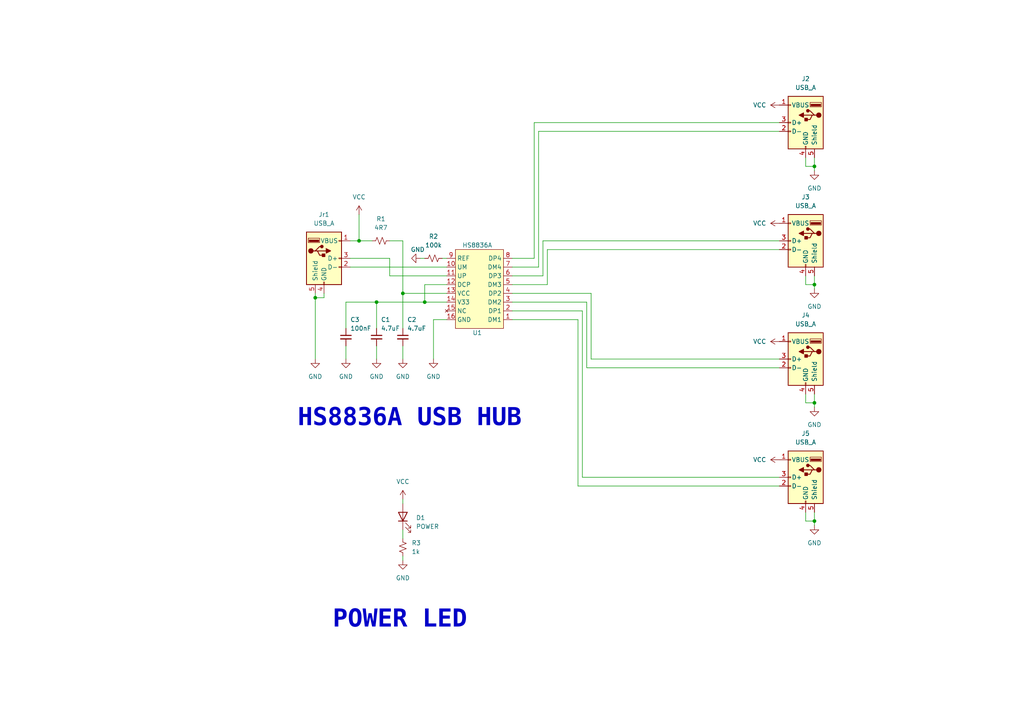
<source format=kicad_sch>
(kicad_sch (version 20230121) (generator eeschema)
  (paper "A4")
  (lib_symbols
    (symbol "Connector:USB_A" (pin_names (offset 1.016))
      (property "Reference" "J" (at -5.08 11.43 0))
      (property "Value" "USB_A" (at -5.08 8.89 0))
      (symbol "USB_A_0_1"
        (rectangle (start -5.08 -7.62) (end 5.08 7.62) (stroke (width 0.254)) (fill (type background)))
        (circle (center -3.81 2.159) (radius 0.635) (stroke (width 0.254)) (fill (type outline)))
        (rectangle (start -1.524 4.826) (end -4.318 5.334) (fill (type outline)))
        (rectangle (start -1.27 4.572) (end -4.572 5.842))
        (circle (center -0.635 3.429) (radius 0.381) (stroke (width 0.254)) (fill (type outline)))
        (rectangle (start -0.127 -7.62) (end 0.127 -6.858))
        (polyline (pts (xy -3.175 2.159) (xy -2.54 2.159) (xy -1.27 3.429) (xy -0.635 3.429)) (stroke (width 0.254)))
        (polyline (pts (xy -2.54 2.159) (xy -1.905 2.159) (xy -1.27 0.889) (xy 0 0.889)) (stroke (width 0.254)))
        (polyline (pts (xy 0.635 2.794) (xy 0.635 1.524) (xy 1.905 2.159) (xy 0.635 2.794)) (stroke (width 0.254)) (fill (type outline)))
        (rectangle (start 0.254 1.27) (end -0.508 0.508) (stroke (width 0.254)) (fill (type outline)))
        (rectangle (start 5.08 -2.667) (end 4.318 -2.413))
        (rectangle (start 5.08 -0.127) (end 4.318 0.127))
        (rectangle (start 5.08 4.953) (end 4.318 5.207))
      )
      (symbol "USB_A_1_1"
        (polyline (pts (xy -1.905 2.159) (xy 0.635 2.159)) (stroke (width 0.254)))
        (pin power_in line (at 7.62 5.08 180) (length 2.54) (name "VBUS") (number "1"))
        (pin bidirectional line (at 7.62 -2.54 180) (length 2.54) (name "D-") (number "2"))
        (pin bidirectional line (at 7.62 0 180) (length 2.54) (name "D+") (number "3"))
        (pin power_in line (at 0 -10.16 90) (length 2.54) (name "GND") (number "4"))
        (pin passive line (at -2.54 -10.16 90) (length 2.54) (name "Shield") (number "5"))
      )
    )
    (symbol "Device:C_Small" (pin_numbers hide) (pin_names (offset 0.254) hide)
      (property "Reference" "C" (at 0.254 1.778 0))
      (property "Value" "C_Small" (at 0.254 -2.032 0))
      (symbol "C_Small_0_1"
        (polyline (pts (xy -1.524 -0.508) (xy 1.524 -0.508)) (stroke (width 0.3302)))
        (polyline (pts (xy -1.524 0.508) (xy 1.524 0.508)) (stroke (width 0.3048)))
      )
      (symbol "C_Small_1_1"
        (pin passive line (at 0 2.54 270) (length 2.032) (name "~") (number "1"))
        (pin passive line (at 0 -2.54 90) (length 2.032) (name "~") (number "2"))
      )
    )
    (symbol "Device:LED" (pin_numbers hide) (pin_names (offset 1.016) hide)
      (property "Reference" "D" (at 0 2.54 0))
      (property "Value" "LED" (at 0 -2.54 0))
      (symbol "LED_0_1"
        (polyline (pts (xy -1.27 -1.27) (xy -1.27 1.27)) (stroke (width 0.254)))
        (polyline (pts (xy -1.27 0) (xy 1.27 0)))
        (polyline (pts (xy 1.27 -1.27) (xy 1.27 1.27) (xy -1.27 0) (xy 1.27 -1.27)) (stroke (width 0.254)))
        (polyline (pts (xy -3.048 -0.762) (xy -4.572 -2.286) (xy -3.81 -2.286) (xy -4.572 -2.286) (xy -4.572 -1.524)))
        (polyline (pts (xy -1.778 -0.762) (xy -3.302 -2.286) (xy -2.54 -2.286) (xy -3.302 -2.286) (xy -3.302 -1.524)))
      )
      (symbol "LED_1_1"
        (pin passive line (at -3.81 0 0) (length 2.54) (name "K") (number "1"))
        (pin passive line (at 3.81 0 180) (length 2.54) (name "A") (number "2"))
      )
    )
    (symbol "Device:R_Small_US" (pin_numbers hide) (pin_names (offset 0.254) hide)
      (property "Reference" "R" (at 0.762 0.508 0))
      (property "Value" "R_Small_US" (at 0.762 -1.016 0))
      (symbol "R_Small_US_1_1"
        (polyline (pts (xy 0 0) (xy 1.016 -0.381) (xy 0 -0.762) (xy -1.016 -1.143) (xy 0 -1.524)))
        (polyline (pts (xy 0 1.524) (xy 1.016 1.143) (xy 0 0.762) (xy -1.016 0.381) (xy 0 0)))
        (pin passive line (at 0 2.54 270) (length 1.016) (name "~") (number "1"))
        (pin passive line (at 0 -2.54 90) (length 1.016) (name "~") (number "2"))
      )
    )
    (symbol "EzerLonginus:HS8836A"
      (property "Reference" "U" (at 0 11.43 0))
      (symbol "HS8836A_1_1"
        (rectangle (start -7.62 10.16) (end 6.35 -12.7) (fill (type background)))
        (pin output line (at -10.16 7.62 0) (length 2.54) (name "DM1") (number "1"))
        (pin input line (at 8.89 -7.62 180) (length 2.54) (name "UM") (number "10"))
        (pin input line (at 8.89 -5.08 180) (length 2.54) (name "UP") (number "11"))
        (pin output line (at 8.89 -2.54 180) (length 2.54) (name "DCP") (number "12"))
        (pin power_in line (at 8.89 0 180) (length 2.54) (name "VCC") (number "13"))
        (pin power_in line (at 8.89 2.54 180) (length 2.54) (name "V33") (number "14"))
        (pin no_connect line (at 8.89 5.08 180) (length 2.54) (name "NC") (number "15"))
        (pin power_in line (at 8.89 7.62 180) (length 2.54) (name "GND") (number "16"))
        (pin output line (at -10.16 5.08 0) (length 2.54) (name "DP1") (number "2"))
        (pin output line (at -10.16 2.54 0) (length 2.54) (name "DM2") (number "3"))
        (pin output line (at -10.16 0 0) (length 2.54) (name "DP2") (number "4"))
        (pin output line (at -10.16 -2.54 0) (length 2.54) (name "DM3") (number "5"))
        (pin output line (at -10.16 -5.08 0) (length 2.54) (name "DP3") (number "6"))
        (pin output line (at -10.16 -7.62 0) (length 2.54) (name "DM4") (number "7"))
        (pin output line (at -10.16 -10.16 0) (length 2.54) (name "DP4") (number "8"))
        (pin output line (at 8.89 -10.16 180) (length 2.54) (name "REF") (number "9"))
      )
    )
    (symbol "power:GND" (power) (pin_names (offset 0))
      (property "Value" "GND" (at 0 -3.81 0))
      (symbol "GND_0_1"
        (polyline (pts (xy 0 0) (xy 0 -1.27) (xy 1.27 -1.27) (xy 0 -2.54) (xy -1.27 -1.27) (xy 0 -1.27)))
      )
      (symbol "GND_1_1"
        (pin power_in line (at 0 0 270) (length 0) hide (name "GND") (number "1"))
      )
    )
    (symbol "power:VCC" (power) (pin_names (offset 0))
      (property "Value" "VCC" (at 0 3.81 0))
      (symbol "VCC_0_1"
        (polyline (pts (xy -0.762 1.27) (xy 0 2.54)))
        (polyline (pts (xy 0 0) (xy 0 2.54)))
        (polyline (pts (xy 0 2.54) (xy 0.762 1.27)))
      )
      (symbol "VCC_1_1"
        (pin power_in line (at 0 0 90) (length 0) hide (name "VCC") (number "1"))
      )
    )
  )
  (junction (at 116.84 85.09))
  (junction (at 109.22 87.63))
  (junction (at 236.22 48.26))
  (junction (at 236.22 151.13))
  (junction (at 123.19 87.63))
  (junction (at 236.22 116.84))
  (junction (at 91.44 86.36))
  (junction (at 236.22 82.55))
  (junction (at 104.14 69.85))
  (wire (pts (xy 129.54 82.55) (xy 123.19 82.55)))
  (wire (pts (xy 100.33 100.33) (xy 100.33 104.14)))
  (wire (pts (xy 156.21 77.47) (xy 156.21 38.1)))
  (wire (pts (xy 113.03 80.01) (xy 129.54 80.01)))
  (wire (pts (xy 123.19 82.55) (xy 123.19 87.63)))
  (wire (pts (xy 236.22 48.26) (xy 236.22 49.53)))
  (wire (pts (xy 226.06 69.85) (xy 157.48 69.85)))
  (wire (pts (xy 170.18 87.63) (xy 170.18 106.68)))
  (wire (pts (xy 113.03 74.93) (xy 113.03 80.01)))
  (wire (pts (xy 233.68 114.3) (xy 233.68 116.84)))
  (wire (pts (xy 100.33 87.63) (xy 100.33 95.25)))
  (wire (pts (xy 236.22 114.3) (xy 236.22 116.84)))
  (wire (pts (xy 116.84 144.78) (xy 116.84 146.05)))
  (wire (pts (xy 157.48 69.85) (xy 157.48 80.01)))
  (wire (pts (xy 233.68 48.26) (xy 236.22 48.26)))
  (wire (pts (xy 91.44 86.36) (xy 91.44 104.14)))
  (wire (pts (xy 101.6 74.93) (xy 113.03 74.93)))
  (wire (pts (xy 148.59 90.17) (xy 168.91 90.17)))
  (wire (pts (xy 233.68 148.59) (xy 233.68 151.13)))
  (wire (pts (xy 236.22 82.55) (xy 236.22 83.82)))
  (wire (pts (xy 116.84 85.09) (xy 116.84 95.25)))
  (wire (pts (xy 91.44 86.36) (xy 93.98 86.36)))
  (wire (pts (xy 148.59 77.47) (xy 156.21 77.47)))
  (wire (pts (xy 158.75 72.39) (xy 226.06 72.39)))
  (wire (pts (xy 123.19 87.63) (xy 109.22 87.63)))
  (wire (pts (xy 104.14 69.85) (xy 107.95 69.85)))
  (wire (pts (xy 121.92 74.93) (xy 123.19 74.93)))
  (wire (pts (xy 123.19 87.63) (xy 129.54 87.63)))
  (wire (pts (xy 226.06 104.14) (xy 171.45 104.14)))
  (wire (pts (xy 104.14 62.23) (xy 104.14 69.85)))
  (wire (pts (xy 158.75 82.55) (xy 158.75 72.39)))
  (wire (pts (xy 171.45 85.09) (xy 171.45 104.14)))
  (wire (pts (xy 167.64 92.71) (xy 167.64 140.97)))
  (wire (pts (xy 148.59 82.55) (xy 158.75 82.55)))
  (wire (pts (xy 93.98 86.36) (xy 93.98 85.09)))
  (wire (pts (xy 109.22 87.63) (xy 109.22 95.25)))
  (wire (pts (xy 233.68 45.72) (xy 233.68 48.26)))
  (wire (pts (xy 236.22 151.13) (xy 236.22 152.4)))
  (wire (pts (xy 226.06 35.56) (xy 154.94 35.56)))
  (wire (pts (xy 129.54 92.71) (xy 125.73 92.71)))
  (wire (pts (xy 116.84 153.67) (xy 116.84 156.21)))
  (wire (pts (xy 91.44 85.09) (xy 91.44 86.36)))
  (wire (pts (xy 233.68 151.13) (xy 236.22 151.13)))
  (wire (pts (xy 125.73 92.71) (xy 125.73 104.14)))
  (wire (pts (xy 168.91 138.43) (xy 168.91 90.17)))
  (wire (pts (xy 148.59 87.63) (xy 170.18 87.63)))
  (wire (pts (xy 116.84 69.85) (xy 113.03 69.85)))
  (wire (pts (xy 233.68 80.01) (xy 233.68 82.55)))
  (wire (pts (xy 128.27 74.93) (xy 129.54 74.93)))
  (wire (pts (xy 109.22 100.33) (xy 109.22 104.14)))
  (wire (pts (xy 101.6 77.47) (xy 129.54 77.47)))
  (wire (pts (xy 116.84 104.14) (xy 116.84 100.33)))
  (wire (pts (xy 167.64 140.97) (xy 226.06 140.97)))
  (wire (pts (xy 233.68 82.55) (xy 236.22 82.55)))
  (wire (pts (xy 101.6 69.85) (xy 104.14 69.85)))
  (wire (pts (xy 129.54 85.09) (xy 116.84 85.09)))
  (wire (pts (xy 236.22 45.72) (xy 236.22 48.26)))
  (wire (pts (xy 226.06 138.43) (xy 168.91 138.43)))
  (wire (pts (xy 170.18 106.68) (xy 226.06 106.68)))
  (wire (pts (xy 233.68 116.84) (xy 236.22 116.84)))
  (wire (pts (xy 156.21 38.1) (xy 226.06 38.1)))
  (wire (pts (xy 236.22 116.84) (xy 236.22 118.11)))
  (wire (pts (xy 116.84 162.56) (xy 116.84 161.29)))
  (wire (pts (xy 148.59 92.71) (xy 167.64 92.71)))
  (wire (pts (xy 157.48 80.01) (xy 148.59 80.01)))
  (wire (pts (xy 236.22 148.59) (xy 236.22 151.13)))
  (wire (pts (xy 236.22 80.01) (xy 236.22 82.55)))
  (wire (pts (xy 154.94 35.56) (xy 154.94 74.93)))
  (wire (pts (xy 109.22 87.63) (xy 100.33 87.63)))
  (wire (pts (xy 154.94 74.93) (xy 148.59 74.93)))
  (wire (pts (xy 171.45 85.09) (xy 148.59 85.09)))
  (wire (pts (xy 116.84 85.09) (xy 116.84 69.85)))
  (text "HS8836A USB HUB" (at 86.36 125.73 0) (effects (font (size 5.14 5.14) (thickness 1.028) bold) (justify left bottom)))
  (text "POWER LED" (at 96.52 184.15 0) (effects (font (size 5.14 5.14) bold) (justify left bottom)))
  (symbol (lib_id "Connector:USB_A") (at 233.68 138.43 0) (mirror y) (unit 1)
    (property "Reference" "J5" (at 233.68 125.73 0))
    (property "Value" "USB_A" (at 233.68 128.27 0))
    (property "Footprint" "Connector_USB:USB_A_Molex_67643_Horizontal" (effects hide))
    (property "Datasheet" " ~" (effects hide))
  )
  (symbol (lib_id "EzerLonginus:HS8836A") (at 138.43 85.09 180) (unit 1)
    (property "Reference" "U1" (at 138.43 96.52 0))
    (property "Value" "HS8836A" (at 138.43 71.12 0))
    (property "Footprint" "Package_SO:SOP-16_4.4x10.4mm_P1.27mm" (effects hide))
  )
  (symbol (lib_id "Connector:USB_A") (at 233.68 35.56 0) (mirror y) (unit 1)
    (property "Reference" "J2" (at 233.68 22.86 0))
    (property "Value" "USB_A" (at 233.68 25.4 0))
    (property "Footprint" "Connector_USB:USB_A_Molex_67643_Horizontal" (effects hide))
    (property "Datasheet" " ~" (effects hide))
  )
  (symbol (lib_id "power:GND") (at 236.22 152.4 0) (unit 1)
    (property "Reference" "#PWR010" (effects hide))
    (property "Value" "GND" (at 236.22 157.48 0))
  )
  (symbol (lib_id "power:VCC") (at 104.14 62.23 0) (unit 1)
    (property "Reference" "#PWR011" (effects hide))
    (property "Value" "VCC" (at 104.14 57.15 0))
  )
  (symbol (lib_id "power:GND") (at 91.44 104.14 0) (unit 1)
    (property "Reference" "#PWR01" (effects hide))
    (property "Value" "GND" (at 91.44 109.22 0))
  )
  (symbol (lib_id "Device:C_Small") (at 100.33 97.79 0) (unit 1)
    (property "Reference" "C3" (at 101.6 92.71 0) (effects (justify left)))
    (property "Value" "100nF" (at 101.6 95.25 0) (effects (justify left)))
    (property "Footprint" "Capacitor_SMD:C_0603_1608Metric_Pad1.08x0.95mm_HandSolder" (effects hide))
  )
  (symbol (lib_id "power:GND") (at 236.22 83.82 0) (unit 1)
    (property "Reference" "#PWR08" (effects hide))
    (property "Value" "GND" (at 236.22 88.9 0))
  )
  (symbol (lib_id "Device:R_Small_US") (at 116.84 158.75 180) (unit 1)
    (property "Reference" "R3" (at 119.38 157.48 0) (effects (justify right)))
    (property "Value" "1k" (at 119.38 160.02 0) (effects (justify right)))
    (property "Footprint" "Resistor_SMD:R_0603_1608Metric_Pad0.98x0.95mm_HandSolder" (effects hide))
  )
  (symbol (lib_id "power:GND") (at 109.22 104.14 0) (unit 1)
    (property "Reference" "#PWR04" (effects hide))
    (property "Value" "GND" (at 109.22 109.22 0))
  )
  (symbol (lib_id "Device:R_Small_US") (at 110.49 69.85 90) (unit 1)
    (property "Reference" "R1" (at 110.49 63.5 90))
    (property "Value" "4R7" (at 110.49 66.04 90))
    (property "Footprint" "Resistor_SMD:R_0603_1608Metric_Pad0.98x0.95mm_HandSolder" (effects hide))
  )
  (symbol (lib_id "power:VCC") (at 226.06 133.35 90) (unit 1)
    (property "Reference" "#PWR015" (effects hide))
    (property "Value" "VCC" (at 222.25 133.35 90) (effects (justify left)))
  )
  (symbol (lib_id "power:VCC") (at 226.06 99.06 90) (unit 1)
    (property "Reference" "#PWR014" (effects hide))
    (property "Value" "VCC" (at 222.25 99.06 90) (effects (justify left)))
  )
  (symbol (lib_id "power:GND") (at 116.84 104.14 0) (unit 1)
    (property "Reference" "#PWR03" (effects hide))
    (property "Value" "GND" (at 116.84 109.22 0))
  )
  (symbol (lib_id "power:VCC") (at 116.84 144.78 0) (unit 1)
    (property "Reference" "#PWR017" (effects hide))
    (property "Value" "VCC" (at 116.84 139.7 0))
  )
  (symbol (lib_id "Device:R_Small_US") (at 125.73 74.93 90) (unit 1)
    (property "Reference" "R2" (at 125.73 68.58 90))
    (property "Value" "100k" (at 125.73 71.12 90))
    (property "Footprint" "Resistor_SMD:R_0603_1608Metric_Pad0.98x0.95mm_HandSolder" (effects hide))
  )
  (symbol (lib_id "Device:C_Small") (at 109.22 97.79 0) (unit 1)
    (property "Reference" "C1" (at 110.49 92.71 0) (effects (justify left)))
    (property "Value" "4.7uF" (at 110.49 95.25 0) (effects (justify left)))
    (property "Footprint" "Capacitor_SMD:C_0603_1608Metric_Pad1.08x0.95mm_HandSolder" (effects hide))
  )
  (symbol (lib_id "power:VCC") (at 226.06 64.77 90) (unit 1)
    (property "Reference" "#PWR013" (effects hide))
    (property "Value" "VCC" (at 222.25 64.77 90) (effects (justify left)))
  )
  (symbol (lib_id "Connector:USB_A") (at 233.68 69.85 0) (mirror y) (unit 1)
    (property "Reference" "J3" (at 233.68 57.15 0))
    (property "Value" "USB_A" (at 233.68 59.69 0))
    (property "Footprint" "Connector_USB:USB_A_Molex_67643_Horizontal" (effects hide))
    (property "Datasheet" " ~" (effects hide))
  )
  (symbol (lib_id "power:VCC") (at 226.06 30.48 90) (unit 1)
    (property "Reference" "#PWR012" (effects hide))
    (property "Value" "VCC" (at 222.25 30.48 90) (effects (justify left)))
  )
  (symbol (lib_id "power:GND") (at 236.22 49.53 0) (unit 1)
    (property "Reference" "#PWR07" (effects hide))
    (property "Value" "GND" (at 236.22 54.61 0))
  )
  (symbol (lib_id "Device:C_Small") (at 116.84 97.79 0) (unit 1)
    (property "Reference" "C2" (at 118.11 92.71 0) (effects (justify left)))
    (property "Value" "4.7uF" (at 118.11 95.25 0) (effects (justify left)))
    (property "Footprint" "Capacitor_SMD:C_0603_1608Metric_Pad1.08x0.95mm_HandSolder" (effects hide))
  )
  (symbol (lib_id "Device:LED") (at 116.84 149.86 90) (unit 1)
    (property "Reference" "D1" (at 120.65 150.1775 90) (effects (justify right)))
    (property "Value" "POWER" (at 120.65 152.7175 90) (effects (justify right)))
    (property "Footprint" "LED_SMD:LED_1206_3216Metric" (effects hide))
  )
  (symbol (lib_id "power:GND") (at 116.84 162.56 0) (unit 1)
    (property "Reference" "#PWR016" (effects hide))
    (property "Value" "GND" (at 116.84 167.64 0))
  )
  (symbol (lib_id "Connector:USB_A") (at 93.98 74.93 0) (unit 1)
    (property "Reference" "Jr1" (at 93.98 62.23 0))
    (property "Value" "USB_A" (at 93.98 64.77 0))
    (property "Footprint" "ELonginus:USB A MALE 2.0 THT" (effects hide))
    (property "Datasheet" " ~" (effects hide))
  )
  (symbol (lib_id "Connector:USB_A") (at 233.68 104.14 0) (mirror y) (unit 1)
    (property "Reference" "J4" (at 233.68 91.44 0))
    (property "Value" "USB_A" (at 233.68 93.98 0))
    (property "Footprint" "Connector_USB:USB_A_Molex_67643_Horizontal" (effects hide))
    (property "Datasheet" " ~" (effects hide))
  )
  (symbol (lib_id "power:GND") (at 125.73 104.14 0) (unit 1)
    (property "Reference" "#PWR06" (effects hide))
    (property "Value" "GND" (at 125.73 109.22 0))
  )
  (symbol (lib_id "power:GND") (at 236.22 118.11 0) (unit 1)
    (property "Reference" "#PWR09" (effects hide))
    (property "Value" "GND" (at 236.22 123.19 0))
  )
  (symbol (lib_id "power:GND") (at 121.92 74.93 270) (unit 1)
    (property "Reference" "#PWR02" (effects hide))
    (property "Value" "GND" (at 123.19 72.39 90) (effects (justify right)))
  )
  (symbol (lib_id "power:GND") (at 100.33 104.14 0) (unit 1)
    (property "Reference" "#PWR05" (effects hide))
    (property "Value" "GND" (at 100.33 109.22 0))
  )
)
</source>
